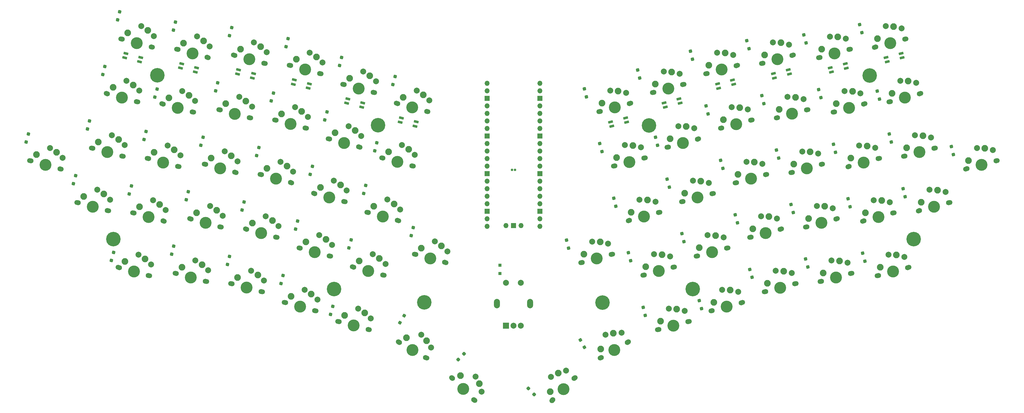
<source format=gbs>
G04 #@! TF.GenerationSoftware,KiCad,Pcbnew,8.0.2*
G04 #@! TF.CreationDate,2024-06-03T01:19:23+01:00*
G04 #@! TF.ProjectId,Ashwing66,41736877-696e-4673-9636-2e6b69636164,1*
G04 #@! TF.SameCoordinates,Original*
G04 #@! TF.FileFunction,Soldermask,Bot*
G04 #@! TF.FilePolarity,Negative*
%FSLAX46Y46*%
G04 Gerber Fmt 4.6, Leading zero omitted, Abs format (unit mm)*
G04 Created by KiCad (PCBNEW 8.0.2) date 2024-06-03 01:19:23*
%MOMM*%
%LPD*%
G01*
G04 APERTURE LIST*
G04 Aperture macros list*
%AMRoundRect*
0 Rectangle with rounded corners*
0 $1 Rounding radius*
0 $2 $3 $4 $5 $6 $7 $8 $9 X,Y pos of 4 corners*
0 Add a 4 corners polygon primitive as box body*
4,1,4,$2,$3,$4,$5,$6,$7,$8,$9,$2,$3,0*
0 Add four circle primitives for the rounded corners*
1,1,$1+$1,$2,$3*
1,1,$1+$1,$4,$5*
1,1,$1+$1,$6,$7*
1,1,$1+$1,$8,$9*
0 Add four rect primitives between the rounded corners*
20,1,$1+$1,$2,$3,$4,$5,0*
20,1,$1+$1,$4,$5,$6,$7,0*
20,1,$1+$1,$6,$7,$8,$9,0*
20,1,$1+$1,$8,$9,$2,$3,0*%
%AMHorizOval*
0 Thick line with rounded ends*
0 $1 width*
0 $2 $3 position (X,Y) of the first rounded end (center of the circle)*
0 $4 $5 position (X,Y) of the second rounded end (center of the circle)*
0 Add line between two ends*
20,1,$1,$2,$3,$4,$5,0*
0 Add two circle primitives to create the rounded ends*
1,1,$1,$2,$3*
1,1,$1,$4,$5*%
G04 Aperture macros list end*
%ADD10C,1.700000*%
%ADD11C,1.750000*%
%ADD12C,4.000000*%
%ADD13C,2.250000*%
%ADD14C,2.000000*%
%ADD15HorizOval,2.250000X0.000000X0.000000X0.000000X0.000000X0*%
%ADD16HorizOval,2.250000X0.000000X0.000000X0.000000X0.000000X0*%
%ADD17RoundRect,0.082000X0.608642X-0.502656X0.778427X0.130992X-0.608642X0.502656X-0.778427X-0.130992X0*%
%ADD18RoundRect,0.082000X0.778427X-0.130992X0.608642X0.502656X-0.778427X0.130992X-0.608642X-0.502656X0*%
%ADD19O,2.000000X3.200000*%
%ADD20R,2.000000X2.000000*%
%ADD21HorizOval,2.250000X0.000000X0.000000X0.000000X0.000000X0*%
%ADD22C,4.900000*%
%ADD23HorizOval,2.250000X0.000000X0.000000X0.000000X0.000000X0*%
%ADD24O,1.700000X1.700000*%
%ADD25R,1.700000X1.700000*%
%ADD26HorizOval,2.250000X0.000000X0.000000X0.000000X0.000000X0*%
%ADD27HorizOval,2.250000X0.000000X0.000000X0.000000X0.000000X0*%
%ADD28RoundRect,0.250000X-0.212132X0.367423X-0.367423X-0.212132X0.212132X-0.367423X0.367423X0.212132X0*%
%ADD29RoundRect,0.250000X-0.367423X0.212132X-0.212132X-0.367423X0.367423X-0.212132X0.212132X0.367423X0*%
%ADD30RoundRect,0.250000X-0.409808X0.109808X-0.109808X-0.409808X0.409808X-0.109808X0.109808X0.409808X0*%
%ADD31RoundRect,0.250000X-0.424264X0.000000X0.000000X-0.424264X0.424264X0.000000X0.000000X0.424264X0*%
%ADD32RoundRect,0.250000X-0.109808X0.409808X-0.409808X-0.109808X0.109808X-0.409808X0.409808X0.109808X0*%
%ADD33RoundRect,0.250000X0.000000X0.424264X-0.424264X0.000000X0.000000X-0.424264X0.424264X0.000000X0*%
%ADD34C,0.850000*%
%ADD35RoundRect,0.250000X-0.300000X0.300000X-0.300000X-0.300000X0.300000X-0.300000X0.300000X0.300000X0*%
G04 APERTURE END LIST*
D10*
X219805529Y-173294914D03*
D11*
X220211220Y-173186210D03*
D12*
X225118119Y-171871410D03*
D11*
X230025026Y-170556608D03*
D10*
X230430707Y-170447905D03*
D13*
X226256772Y-166307106D03*
D14*
X228964236Y-166906799D03*
D15*
X220780545Y-170404062D03*
D14*
X223591090Y-166172448D03*
D10*
X68818055Y-156463481D03*
D11*
X69223744Y-156572186D03*
D12*
X74130645Y-157886985D03*
D11*
X79037552Y-159201787D03*
D10*
X79443233Y-159310490D03*
D13*
X77898899Y-153637483D03*
D14*
X79943785Y-155510564D03*
D16*
X71107868Y-154447435D03*
D14*
X75657680Y-152188024D03*
D10*
X314671195Y-159312440D03*
D11*
X315076886Y-159203736D03*
D12*
X319983785Y-157888936D03*
D11*
X324890692Y-156574134D03*
D10*
X325296373Y-156465431D03*
D13*
X321122438Y-152324632D03*
D14*
X323829902Y-152924325D03*
D15*
X315646211Y-156421588D03*
D14*
X318456756Y-152189974D03*
D10*
X230815044Y-140746691D03*
D11*
X231220735Y-140637987D03*
D12*
X236127634Y-139323187D03*
D11*
X241034541Y-138008385D03*
D10*
X241440222Y-137899682D03*
D13*
X237266287Y-133758883D03*
D14*
X239973751Y-134358576D03*
D15*
X231790060Y-137855839D03*
D14*
X234600605Y-133624225D03*
D10*
X304810184Y-122510673D03*
D11*
X305215875Y-122401969D03*
D12*
X310122774Y-121087169D03*
D11*
X315029681Y-119772367D03*
D10*
X315435362Y-119663664D03*
D13*
X311261427Y-115522865D03*
D14*
X313968891Y-116122558D03*
D15*
X305785200Y-119619821D03*
D14*
X308595745Y-115388207D03*
D10*
X300411926Y-179699685D03*
D11*
X300817617Y-179590981D03*
D12*
X305724516Y-178276181D03*
D11*
X310631423Y-176961379D03*
D10*
X311037104Y-176852676D03*
D13*
X306863169Y-172711877D03*
D14*
X309570633Y-173311570D03*
D15*
X301386942Y-176808833D03*
D14*
X304197487Y-172577219D03*
D10*
X73748560Y-138062588D03*
D11*
X74154249Y-138171293D03*
D12*
X79061150Y-139486092D03*
D11*
X83968057Y-140800894D03*
D10*
X84373738Y-140909597D03*
D13*
X82829404Y-135236590D03*
D14*
X84874290Y-137109671D03*
D16*
X76038373Y-136046542D03*
D14*
X80588185Y-133787131D03*
D10*
X59889614Y-116181345D03*
D11*
X60295304Y-116290050D03*
D12*
X65202204Y-117604849D03*
D11*
X70109111Y-118919651D03*
D10*
X70514796Y-119028354D03*
D13*
X68970458Y-113355347D03*
D14*
X71015344Y-115228428D03*
D16*
X62179429Y-114165297D03*
D14*
X66729239Y-111905888D03*
D10*
X92957170Y-140027705D03*
D11*
X93362859Y-140136410D03*
D12*
X98269760Y-141451209D03*
D11*
X103176667Y-142766011D03*
D10*
X103582348Y-142874714D03*
D13*
X102038014Y-137201707D03*
D14*
X104082900Y-139074788D03*
D16*
X95246983Y-138011659D03*
D14*
X99796795Y-135752248D03*
D10*
X64829536Y-97769829D03*
D11*
X65235226Y-97878534D03*
D12*
X70142126Y-99193333D03*
D11*
X75049033Y-100508135D03*
D10*
X75454718Y-100616838D03*
D13*
X73910380Y-94943831D03*
D17*
X71141085Y-105491487D03*
D14*
X75955266Y-96816912D03*
D16*
X67119349Y-95753784D03*
D14*
X71669161Y-93494372D03*
D17*
X71529310Y-104042600D03*
X66506498Y-102696737D03*
X66118270Y-104145628D03*
D10*
X318669138Y-100629420D03*
D11*
X319074828Y-100520717D03*
D12*
X323981728Y-99205916D03*
D11*
X328888635Y-97891114D03*
D10*
X329294317Y-97782407D03*
D13*
X325120381Y-93641612D03*
D18*
X327995931Y-104160800D03*
D14*
X327827845Y-94241305D03*
D15*
X319644152Y-97738564D03*
D14*
X322454699Y-93506953D03*
D18*
X327607700Y-102711913D03*
X322584885Y-104057772D03*
X322973114Y-105506657D03*
D10*
X101872655Y-180309148D03*
D11*
X102278344Y-180417853D03*
D12*
X107185245Y-181732652D03*
D11*
X112092152Y-183047454D03*
D10*
X112497833Y-183156157D03*
D13*
X110953499Y-177483150D03*
D14*
X112998385Y-179356231D03*
D16*
X104162468Y-178293102D03*
D14*
X108712280Y-176033691D03*
D10*
X129749525Y-149899333D03*
D11*
X130155214Y-150008038D03*
D12*
X135062115Y-151322837D03*
D11*
X139969022Y-152637639D03*
D10*
X140374703Y-152746342D03*
D13*
X138830369Y-147073335D03*
D14*
X140875255Y-148946416D03*
D16*
X132039338Y-147883287D03*
D14*
X136589150Y-145623876D03*
D10*
X225884542Y-122345814D03*
D11*
X226290232Y-122237111D03*
D12*
X231197132Y-120922310D03*
D11*
X236104039Y-119607508D03*
D10*
X236509721Y-119498801D03*
D13*
X232335785Y-115358006D03*
D18*
X235211335Y-125877194D03*
D14*
X235043249Y-115957699D03*
D15*
X226859556Y-119454958D03*
D14*
X229670103Y-115223347D03*
D18*
X234823104Y-124428307D03*
X229800289Y-125774166D03*
X230188518Y-127223051D03*
D10*
X299876840Y-104123696D03*
D11*
X300282530Y-104014993D03*
D12*
X305189430Y-102700192D03*
D11*
X310096337Y-101385390D03*
D10*
X310502019Y-101276683D03*
D13*
X306328083Y-97135888D03*
D18*
X309203633Y-107655076D03*
D14*
X309035547Y-97735581D03*
D15*
X300851854Y-101232840D03*
D14*
X303662401Y-97001229D03*
D18*
X308815402Y-106206189D03*
X303792587Y-107552048D03*
X304180816Y-109000933D03*
D19*
X191483552Y-187100917D03*
X202683552Y-187100917D03*
D20*
X194583552Y-194600917D03*
D14*
X199583552Y-194600917D03*
X197083552Y-194600917D03*
X194583552Y-180100917D03*
X199583552Y-180100917D03*
D10*
X323599642Y-119030307D03*
D11*
X324005333Y-118921603D03*
D12*
X328912232Y-117606803D03*
D11*
X333819139Y-116292001D03*
D10*
X334224820Y-116183298D03*
D13*
X330050885Y-112042499D03*
D14*
X332758349Y-112642192D03*
D15*
X324574658Y-116139455D03*
D14*
X327385203Y-111907841D03*
D10*
X124828434Y-168289588D03*
D11*
X125234123Y-168398293D03*
D12*
X130141024Y-169713092D03*
D11*
X135047931Y-171027894D03*
D10*
X135453612Y-171136597D03*
D13*
X133909278Y-165463590D03*
D14*
X135954164Y-167336671D03*
D16*
X127118247Y-166273542D03*
D14*
X131668059Y-164014131D03*
D10*
X176255098Y-212049300D03*
D11*
X176552083Y-212346286D03*
D12*
X180144184Y-215938386D03*
D11*
X183736289Y-219530491D03*
D10*
X184033268Y-219827471D03*
D13*
X185532339Y-214142336D03*
D14*
X186366723Y-216786912D03*
D21*
X179246158Y-211448262D03*
D14*
X184316115Y-211766457D03*
D10*
X263610155Y-189560697D03*
D11*
X264015846Y-189451993D03*
D12*
X268922745Y-188137193D03*
D11*
X273829652Y-186822391D03*
D10*
X274235333Y-186713688D03*
D13*
X270061398Y-182572889D03*
D14*
X272768862Y-183172582D03*
D15*
X264585171Y-186669845D03*
D14*
X267395716Y-182438231D03*
D10*
X349394569Y-141708842D03*
D11*
X349800260Y-141600138D03*
D12*
X354707159Y-140285338D03*
D11*
X359614066Y-138970536D03*
D10*
X360019747Y-138861833D03*
D13*
X355845812Y-134721034D03*
D14*
X358553276Y-135320727D03*
D15*
X350369585Y-138817990D03*
D14*
X353180130Y-134586376D03*
D22*
X167054036Y-186687989D03*
D10*
X147765392Y-156291280D03*
D11*
X148171081Y-156399985D03*
D12*
X153077982Y-157714784D03*
D11*
X157984889Y-159029586D03*
D10*
X158390570Y-159138289D03*
D13*
X156846236Y-153465282D03*
D14*
X158891122Y-155338363D03*
D16*
X150055205Y-154275234D03*
D14*
X154605017Y-152015823D03*
D10*
X248818646Y-134358036D03*
D11*
X249224337Y-134249332D03*
D12*
X254131236Y-132934532D03*
D11*
X259038143Y-131619730D03*
D10*
X259443824Y-131511027D03*
D13*
X255269889Y-127370228D03*
D14*
X257977353Y-127969921D03*
D15*
X249793662Y-131467184D03*
D14*
X252604207Y-127235570D03*
D10*
X258682503Y-171145896D03*
D11*
X259088194Y-171037192D03*
D12*
X263995093Y-169722392D03*
D11*
X268902000Y-168407590D03*
D10*
X269307681Y-168298887D03*
D13*
X265133746Y-164158088D03*
D14*
X267841210Y-164757781D03*
D15*
X259657519Y-168255044D03*
D14*
X262468064Y-164023430D03*
D10*
X235745545Y-159147583D03*
D11*
X236151236Y-159038879D03*
D12*
X241058135Y-157724079D03*
D11*
X245965042Y-156409277D03*
D10*
X246370723Y-156300574D03*
D13*
X242196788Y-152159775D03*
D14*
X244904252Y-152759468D03*
D15*
X236720561Y-156256731D03*
D14*
X239531106Y-152025117D03*
D10*
X134689446Y-131487821D03*
D11*
X135095135Y-131596526D03*
D12*
X140002036Y-132911325D03*
D11*
X144908943Y-134226127D03*
D10*
X145314624Y-134334830D03*
D13*
X143770290Y-128661823D03*
D14*
X145815176Y-130534904D03*
D16*
X136979259Y-129471775D03*
D14*
X141529071Y-127212364D03*
D10*
X163709544Y-170426762D03*
D11*
X164115233Y-170535467D03*
D12*
X169022134Y-171850266D03*
D11*
X173929041Y-173165068D03*
D10*
X174334722Y-173273771D03*
D13*
X172790388Y-167600764D03*
D14*
X174835274Y-169473845D03*
D16*
X165999357Y-168410716D03*
D14*
X170549169Y-166151305D03*
D10*
X152695894Y-137890394D03*
D11*
X153101583Y-137999099D03*
D12*
X158008484Y-139313898D03*
D11*
X162915391Y-140628700D03*
D10*
X163321072Y-140737403D03*
D13*
X161776738Y-135064396D03*
D14*
X163821624Y-136937477D03*
D16*
X154985707Y-135874348D03*
D14*
X159535519Y-133614937D03*
D10*
X276686097Y-164757233D03*
D11*
X277091788Y-164648529D03*
D12*
X281998687Y-163333729D03*
D11*
X286905594Y-162018927D03*
D10*
X287311275Y-161910224D03*
D13*
X283137340Y-157769425D03*
D14*
X285844804Y-158369118D03*
D15*
X277661113Y-161866381D03*
D14*
X280471658Y-157634767D03*
D10*
X281613757Y-183172033D03*
D11*
X282019448Y-183063329D03*
D12*
X286926347Y-181748529D03*
D11*
X291833254Y-180433727D03*
D10*
X292238935Y-180325024D03*
D13*
X288065000Y-176184225D03*
D14*
X290772464Y-176783918D03*
D15*
X282588773Y-180281181D03*
D14*
X285399318Y-176049567D03*
D10*
X158321173Y-199995704D03*
D11*
X158684905Y-200205705D03*
D12*
X163084311Y-202745703D03*
D11*
X167483723Y-205285705D03*
D10*
X167847446Y-205495702D03*
D13*
X167824017Y-199616295D03*
D14*
X169314439Y-201954806D03*
D23*
X161054754Y-198640999D03*
D14*
X166034312Y-197636154D03*
D10*
X240673210Y-177562386D03*
D11*
X241078901Y-177453682D03*
D12*
X245985800Y-176138882D03*
D11*
X250892707Y-174824080D03*
D10*
X251298388Y-174715377D03*
D13*
X247124453Y-170574578D03*
D14*
X249831917Y-171174271D03*
D15*
X241648226Y-174671534D03*
D14*
X244458771Y-170439920D03*
D10*
X137904387Y-193093052D03*
D11*
X138310076Y-193201757D03*
D12*
X143216977Y-194516556D03*
D11*
X148123884Y-195831358D03*
D10*
X148529565Y-195940061D03*
D13*
X146985231Y-190267054D03*
D14*
X149030117Y-192140135D03*
D16*
X140194200Y-191077006D03*
D14*
X144744012Y-188817595D03*
D10*
X266825100Y-127955463D03*
D11*
X267230791Y-127846759D03*
D12*
X272137690Y-126531959D03*
D11*
X277044597Y-125217157D03*
D10*
X277450278Y-125108454D03*
D13*
X273276343Y-120967655D03*
D14*
X275983807Y-121567348D03*
D15*
X267800116Y-125064611D03*
D14*
X270610661Y-120832997D03*
D10*
X97878256Y-121637435D03*
D11*
X98283945Y-121746140D03*
D12*
X103190846Y-123060939D03*
D11*
X108097753Y-124375741D03*
D10*
X108503434Y-124484444D03*
D13*
X106959100Y-118811437D03*
D14*
X109003986Y-120684518D03*
D16*
X100168069Y-119621389D03*
D14*
X104717881Y-117361978D03*
D22*
X136663283Y-182168280D03*
D10*
X139619951Y-113086936D03*
D11*
X140025640Y-113195641D03*
D12*
X144932541Y-114510440D03*
D11*
X149839448Y-115825242D03*
D10*
X150245132Y-115933940D03*
D13*
X148700795Y-110260938D03*
D17*
X145931501Y-120808596D03*
D14*
X150745681Y-112134019D03*
D16*
X141909766Y-111070888D03*
D14*
X146459576Y-108811479D03*
D17*
X146319726Y-119359708D03*
X141296911Y-118013849D03*
X140908685Y-119462735D03*
D10*
X63887554Y-174864361D03*
D11*
X64293243Y-174973066D03*
D12*
X69200144Y-176287865D03*
D11*
X74107051Y-177602667D03*
D10*
X74512732Y-177711370D03*
D13*
X72968398Y-172038363D03*
D14*
X75013284Y-173911444D03*
D16*
X66177367Y-172848315D03*
D14*
X70727179Y-170588904D03*
D10*
X333460648Y-155832088D03*
D11*
X333866339Y-155723384D03*
D12*
X338773238Y-154408584D03*
D11*
X343680145Y-153093782D03*
D10*
X344085826Y-152985079D03*
D13*
X339911891Y-148844280D03*
D14*
X342619355Y-149443973D03*
D15*
X334435664Y-152941236D03*
D14*
X337246209Y-148709622D03*
D10*
X309737843Y-140925465D03*
D11*
X310143534Y-140816761D03*
D12*
X315050433Y-139501961D03*
D11*
X319957340Y-138187159D03*
D10*
X320363021Y-138078456D03*
D13*
X316189086Y-133937657D03*
D14*
X318896550Y-134537350D03*
D15*
X310712859Y-138034613D03*
D14*
X313523404Y-133802999D03*
D10*
X106803153Y-161908270D03*
D11*
X107208842Y-162016975D03*
D12*
X112115743Y-163331774D03*
D11*
X117022650Y-164646576D03*
D10*
X117428331Y-164755279D03*
D13*
X115883997Y-159082272D03*
D14*
X117928883Y-160955353D03*
D16*
X109092966Y-159892224D03*
D14*
X113642778Y-157632813D03*
D10*
X102808749Y-103236553D03*
D11*
X103214438Y-103345258D03*
D12*
X108121339Y-104660057D03*
D11*
X113028246Y-105974859D03*
D10*
X113433930Y-106083557D03*
D13*
X111889593Y-100410555D03*
D17*
X109120299Y-110958213D03*
D14*
X113934479Y-102283636D03*
D16*
X105098564Y-101220505D03*
D14*
X109648374Y-98961096D03*
D17*
X109508524Y-109509325D03*
X104485709Y-108163466D03*
X104097483Y-109612352D03*
D10*
X328530141Y-137431200D03*
D11*
X328935832Y-137322496D03*
D12*
X333842731Y-136007696D03*
D11*
X338749638Y-134692894D03*
D10*
X339155319Y-134584191D03*
D13*
X334981384Y-130443392D03*
D14*
X337688848Y-131043085D03*
D15*
X329505157Y-134540348D03*
D14*
X332315702Y-130308734D03*
D10*
X119888520Y-186701107D03*
D11*
X120294209Y-186809812D03*
D12*
X125201110Y-188124611D03*
D11*
X130108017Y-189439413D03*
D10*
X130513698Y-189548116D03*
D13*
X128969364Y-183875109D03*
D14*
X131014250Y-185748190D03*
D16*
X122178333Y-184685061D03*
D14*
X126728145Y-182425650D03*
D10*
X243890991Y-115943234D03*
D11*
X244296681Y-115834531D03*
D12*
X249203581Y-114519730D03*
D11*
X254110488Y-113204928D03*
D10*
X254516170Y-113096221D03*
D13*
X250342234Y-108955426D03*
D18*
X253217784Y-119474614D03*
D14*
X253049698Y-109555119D03*
D15*
X244866005Y-113052378D03*
D14*
X247676552Y-108820767D03*
D18*
X252829553Y-118025727D03*
X247806738Y-119371586D03*
X248194967Y-120820471D03*
D10*
X319601703Y-177713329D03*
D11*
X320007394Y-177604625D03*
D12*
X324914293Y-176289825D03*
D11*
X329821200Y-174975023D03*
D10*
X330226881Y-174866320D03*
D13*
X326052946Y-170725521D03*
D14*
X328760410Y-171325214D03*
D15*
X320576719Y-174822477D03*
D14*
X323387264Y-170590863D03*
D10*
X116673585Y-125095873D03*
D11*
X117079274Y-125204578D03*
D12*
X121986175Y-126519377D03*
D11*
X126893082Y-127834179D03*
D10*
X127298763Y-127942882D03*
D13*
X125754429Y-122269875D03*
D14*
X127799315Y-124142956D03*
D16*
X118963398Y-123079827D03*
D14*
X123513210Y-120820416D03*
D24*
X188177042Y-112751299D03*
X188177043Y-115291297D03*
D25*
X188177043Y-117831299D03*
D24*
X188177040Y-120371297D03*
X188177039Y-122911295D03*
X188177041Y-125451299D03*
X188177040Y-127991298D03*
D25*
X188177041Y-130531300D03*
D24*
X188177041Y-133071298D03*
X188177042Y-135611298D03*
X188177042Y-138151298D03*
X188177041Y-140691298D03*
D25*
X188177044Y-143231298D03*
D24*
X188177041Y-145771299D03*
X188177041Y-148311301D03*
X188177039Y-150851299D03*
X188177039Y-153391297D03*
D25*
X188177041Y-155931298D03*
D24*
X188177042Y-158471298D03*
X188177041Y-161011298D03*
X205957040Y-161011297D03*
X205957039Y-158471299D03*
D25*
X205957039Y-155931297D03*
D24*
X205957042Y-153391299D03*
X205957043Y-150851301D03*
X205957041Y-148311297D03*
X205957042Y-145771298D03*
D25*
X205957041Y-143231296D03*
D24*
X205957041Y-140691298D03*
X205957040Y-138151298D03*
X205957040Y-135611298D03*
X205957041Y-133071298D03*
D25*
X205957038Y-130531298D03*
D24*
X205957041Y-127991297D03*
X205957041Y-125451295D03*
X205957043Y-122911297D03*
X205957043Y-120371299D03*
D25*
X205957041Y-117831298D03*
D24*
X205957040Y-115291298D03*
X205957041Y-112751298D03*
X194527037Y-160781299D03*
D25*
X197067041Y-160781298D03*
D24*
X199607039Y-160781299D03*
D10*
X280692769Y-106082235D03*
D11*
X281098459Y-105973532D03*
D12*
X286005359Y-104658731D03*
D11*
X290912266Y-103343929D03*
D10*
X291317948Y-103235222D03*
D13*
X287144012Y-99094427D03*
D18*
X290019562Y-109613615D03*
D14*
X289851476Y-99694120D03*
D15*
X281667783Y-103191379D03*
D14*
X284478330Y-98959768D03*
D18*
X289631331Y-108164728D03*
X284608516Y-109510587D03*
X284996745Y-110959472D03*
D10*
X83086745Y-176840100D03*
D11*
X83492434Y-176948805D03*
D12*
X88399335Y-178263604D03*
D11*
X93306242Y-179578406D03*
D10*
X93711923Y-179687109D03*
D13*
X92167589Y-174014102D03*
D14*
X94212475Y-175887183D03*
D16*
X85376558Y-174824054D03*
D14*
X89926370Y-172564643D03*
D10*
X290550926Y-142897915D03*
D11*
X290956617Y-142789211D03*
D12*
X295863516Y-141474411D03*
D11*
X300770423Y-140159609D03*
D10*
X301176104Y-140050906D03*
D13*
X297002169Y-135910107D03*
D14*
X299709633Y-136509800D03*
D15*
X291525942Y-140007063D03*
D14*
X294336487Y-135775449D03*
D10*
X111733663Y-143507383D03*
D11*
X112139352Y-143616088D03*
D12*
X117046253Y-144930887D03*
D11*
X121953160Y-146245689D03*
D10*
X122358841Y-146354392D03*
D13*
X120814507Y-140681385D03*
D14*
X122859393Y-142554466D03*
D16*
X114023476Y-141491337D03*
D14*
X118573288Y-139231926D03*
D10*
X34088910Y-138867336D03*
D11*
X34494599Y-138976041D03*
D12*
X39401500Y-140290840D03*
D11*
X44308407Y-141605642D03*
D10*
X44714088Y-141714345D03*
D13*
X43169754Y-136041338D03*
D14*
X45214640Y-137914419D03*
D16*
X36378723Y-136851290D03*
D14*
X40928535Y-134591879D03*
D10*
X54959118Y-134582233D03*
D11*
X55364807Y-134690938D03*
D12*
X60271708Y-136005737D03*
D11*
X65178615Y-137320539D03*
D10*
X65584296Y-137429242D03*
D13*
X64039962Y-131756235D03*
D14*
X66084848Y-133629316D03*
D16*
X57248931Y-132566187D03*
D14*
X61798743Y-130306776D03*
D10*
X50038032Y-152972490D03*
D11*
X50443721Y-153081195D03*
D12*
X55350622Y-154395994D03*
D11*
X60257529Y-155710796D03*
D10*
X60663210Y-155819499D03*
D13*
X59118876Y-150146492D03*
D14*
X61163762Y-152019573D03*
D16*
X52327845Y-150956444D03*
D14*
X56877657Y-148697033D03*
D22*
X151467732Y-126917321D03*
D10*
X245606556Y-195949359D03*
D11*
X246012247Y-195840655D03*
D12*
X250919146Y-194525855D03*
D11*
X255826053Y-193211053D03*
D10*
X256231734Y-193102350D03*
D13*
X252057799Y-188961551D03*
D14*
X254765263Y-189561244D03*
D15*
X246581572Y-193058507D03*
D14*
X249392117Y-188826893D03*
D10*
X88017241Y-158439214D03*
D11*
X88422930Y-158547919D03*
D12*
X93329831Y-159862718D03*
D11*
X98236738Y-161177520D03*
D10*
X98642419Y-161286223D03*
D13*
X97098085Y-155613216D03*
D14*
X99142971Y-157486297D03*
D16*
X90307054Y-156423168D03*
D14*
X94856866Y-154163757D03*
D22*
X77094197Y-110068938D03*
D10*
X142834896Y-174692164D03*
D11*
X143240585Y-174800869D03*
D12*
X148147486Y-176115668D03*
D11*
X153054393Y-177430470D03*
D10*
X153460074Y-177539173D03*
D13*
X151915740Y-171866166D03*
D14*
X153960626Y-173739247D03*
D16*
X145124709Y-172676118D03*
D14*
X149674521Y-170416707D03*
D10*
X295484271Y-161284897D03*
D11*
X295889962Y-161176193D03*
D12*
X300796861Y-159861393D03*
D11*
X305703768Y-158546591D03*
D10*
X306109449Y-158437888D03*
D13*
X301935514Y-154297089D03*
D14*
X304642978Y-154896782D03*
D15*
X296459287Y-158394045D03*
D14*
X299269832Y-154162431D03*
D10*
X253749155Y-152758924D03*
D11*
X254154846Y-152650220D03*
D12*
X259061745Y-151335420D03*
D11*
X263968652Y-150020618D03*
D10*
X264374333Y-149911915D03*
D13*
X260200398Y-145771116D03*
D14*
X262907862Y-146370809D03*
D15*
X254724171Y-149868072D03*
D14*
X257534716Y-145636458D03*
D10*
X285623274Y-124483129D03*
D11*
X286028965Y-124374425D03*
D12*
X290935864Y-123059625D03*
D11*
X295842771Y-121744823D03*
D10*
X296248452Y-121636120D03*
D13*
X292074517Y-117495321D03*
D14*
X294781981Y-118095014D03*
D15*
X286598290Y-121592277D03*
D14*
X289408835Y-117360663D03*
D10*
X78679066Y-119661702D03*
D11*
X79084755Y-119770407D03*
D12*
X83991656Y-121085206D03*
D11*
X88898563Y-122400008D03*
D10*
X89304244Y-122508711D03*
D13*
X87759910Y-116835704D03*
D14*
X89804796Y-118708785D03*
D16*
X80968879Y-117645656D03*
D14*
X85518691Y-115386245D03*
D22*
X62289749Y-165319895D03*
D10*
X157626398Y-119489504D03*
D11*
X158032087Y-119598209D03*
D12*
X162938988Y-120913008D03*
D11*
X167845895Y-122227810D03*
D10*
X168251579Y-122336508D03*
D13*
X166707242Y-116663506D03*
D17*
X163937948Y-127211164D03*
D14*
X168752128Y-118536587D03*
D16*
X159916213Y-117473456D03*
D14*
X164466023Y-115214047D03*
D17*
X164326173Y-125762276D03*
X159303358Y-124416417D03*
X158915132Y-125865303D03*
D10*
X83618988Y-101250195D03*
D11*
X84024677Y-101358900D03*
D12*
X88931578Y-102673699D03*
D11*
X93838485Y-103988501D03*
D10*
X94244169Y-104097199D03*
D13*
X92699832Y-98424197D03*
D17*
X89930538Y-108971855D03*
D14*
X94744718Y-100297278D03*
D16*
X85908803Y-99234147D03*
D14*
X90458613Y-96974738D03*
D17*
X90318763Y-107522967D03*
X85295948Y-106177108D03*
X84907722Y-107625994D03*
D10*
X261894589Y-109554574D03*
D11*
X262300279Y-109445871D03*
D12*
X267207179Y-108131070D03*
D11*
X272114086Y-106816268D03*
D10*
X272519768Y-106707561D03*
D13*
X268345832Y-102566766D03*
D18*
X271221382Y-113085954D03*
D14*
X271053296Y-103166459D03*
D15*
X262869603Y-106663718D03*
D14*
X265680150Y-102432107D03*
D18*
X270833151Y-111637067D03*
X265810336Y-112982926D03*
X266198565Y-114431811D03*
D10*
X210028429Y-219856995D03*
D11*
X210325415Y-219560010D03*
D12*
X213917515Y-215967909D03*
D11*
X217509620Y-212375804D03*
D10*
X217806600Y-212078825D03*
D13*
X212121465Y-210579754D03*
D14*
X214766041Y-209745370D03*
D26*
X209427391Y-216865935D03*
D14*
X209745586Y-211795978D03*
D10*
X271752751Y-146370260D03*
D11*
X272158442Y-146261556D03*
D12*
X277065341Y-144946756D03*
D11*
X281972248Y-143631954D03*
D10*
X282377929Y-143523251D03*
D13*
X278203994Y-139382452D03*
D14*
X280911458Y-139982145D03*
D15*
X272727767Y-143479408D03*
D14*
X275538312Y-139247794D03*
D10*
X226273756Y-205510252D03*
D11*
X226637488Y-205300252D03*
D12*
X231036894Y-202760253D03*
D11*
X235436306Y-200220251D03*
D10*
X235800029Y-200010257D03*
D13*
X230696600Y-197090843D03*
D14*
X233467020Y-196969358D03*
D27*
X226467341Y-202465550D03*
D14*
X228086897Y-197650703D03*
D10*
X121604087Y-106694983D03*
D11*
X122009776Y-106803688D03*
D12*
X126916677Y-108118487D03*
D11*
X131823584Y-109433289D03*
D10*
X132229268Y-109541987D03*
D13*
X130684931Y-103868985D03*
D17*
X127915637Y-114416643D03*
D14*
X132729817Y-105742066D03*
D16*
X123893902Y-104678935D03*
D14*
X128443712Y-102419526D03*
D17*
X128303862Y-112967755D03*
X123281047Y-111621896D03*
X122892821Y-113070782D03*
D28*
X73311767Y-128992130D03*
X72587077Y-131696728D03*
D22*
X331862205Y-165392665D03*
D29*
X235794335Y-169930431D03*
X236519035Y-172635027D03*
D28*
X76997148Y-114727559D03*
X76272458Y-117432157D03*
D30*
X219591655Y-199426492D03*
X220991659Y-201851362D03*
D22*
X242684221Y-126990091D03*
D28*
X83224096Y-92095407D03*
X82499406Y-94800005D03*
D29*
X276715643Y-175554480D03*
X277440343Y-178259076D03*
X285649971Y-135294262D03*
X286374671Y-137998858D03*
D28*
X124382234Y-159229773D03*
X123657544Y-161934371D03*
D29*
X214918894Y-165682470D03*
X215643594Y-168387066D03*
X261921287Y-120365722D03*
X262645987Y-123070318D03*
D31*
X202051702Y-215748977D03*
X204031608Y-217728871D03*
D29*
X304836884Y-133321816D03*
X305561584Y-136026412D03*
D28*
X136206972Y-188024727D03*
X135482282Y-190729325D03*
X111296866Y-134436928D03*
X110572176Y-137141526D03*
D29*
X220939393Y-114657609D03*
X221664093Y-117362205D03*
X294885983Y-96433561D03*
X295610683Y-99138157D03*
X275699057Y-98406006D03*
X276423757Y-101110602D03*
X295508687Y-172068083D03*
X296233387Y-174772679D03*
X309767387Y-151722704D03*
X310492087Y-154427300D03*
D28*
X151040308Y-132859156D03*
X150315618Y-135563754D03*
X157197862Y-110460296D03*
X156473172Y-113164894D03*
D29*
X230863830Y-151529552D03*
X231588530Y-154234148D03*
X313675433Y-92953196D03*
X314400133Y-95657792D03*
D28*
X62371509Y-169846289D03*
X61646819Y-172550887D03*
D29*
X256655539Y-101944087D03*
X257380239Y-104648683D03*
X259664108Y-186109827D03*
X260388808Y-188814423D03*
D32*
X160255679Y-191148811D03*
X158855683Y-193573687D03*
D33*
X180399513Y-204015714D03*
X178419619Y-205995620D03*
D28*
X64434642Y-88615051D03*
X63709952Y-91319649D03*
D29*
X226156589Y-133091225D03*
X226881289Y-135795821D03*
D28*
X87550098Y-149385465D03*
X86825408Y-152090063D03*
D29*
X319614951Y-115435228D03*
X320339651Y-118139824D03*
D28*
X49577166Y-143895277D03*
X48852476Y-146599875D03*
D22*
X317057756Y-110141707D03*
D28*
X97441459Y-112566987D03*
X96716769Y-115271585D03*
D22*
X227097919Y-186760757D03*
D28*
X142388677Y-165632343D03*
X141663987Y-168336941D03*
D29*
X240741824Y-188359095D03*
X241466524Y-191063691D03*
D34*
X196553808Y-141941055D03*
X197553808Y-141941053D03*
D28*
X106366351Y-152837811D03*
X105641661Y-155542409D03*
D29*
X328311487Y-148308086D03*
X329036187Y-151012682D03*
X323626337Y-129841463D03*
X324351037Y-132546059D03*
X299906384Y-114920928D03*
X300631084Y-117625524D03*
D28*
X134243158Y-122452816D03*
X133518468Y-125157414D03*
D29*
X238897282Y-108267013D03*
X239621982Y-110971609D03*
X248848189Y-145155276D03*
X249572889Y-147859872D03*
D28*
X101451497Y-171204894D03*
X100726807Y-173909492D03*
X147319181Y-147231450D03*
X146594491Y-149936048D03*
D29*
X290580469Y-153695155D03*
X291305169Y-156399751D03*
X344563448Y-134133421D03*
X345288148Y-136838017D03*
X271782300Y-157167496D03*
X272507000Y-159872092D03*
D28*
X129312734Y-140828879D03*
X128588044Y-143533477D03*
X33670414Y-129849723D03*
X32945724Y-132554321D03*
D22*
X257488671Y-182241046D03*
D28*
X116227366Y-116036043D03*
X115502676Y-118740641D03*
D29*
X314700733Y-170109683D03*
X315425433Y-172814279D03*
D28*
X139191411Y-104057722D03*
X138466721Y-106762320D03*
X163314317Y-161430104D03*
X162589627Y-164134702D03*
D29*
X244898482Y-131003758D03*
X245623182Y-133708354D03*
X253800777Y-163527863D03*
X254525477Y-166232459D03*
X280719462Y-116893378D03*
X281444162Y-119597974D03*
D28*
X82656163Y-167746460D03*
X81931473Y-170451058D03*
X119457938Y-177607467D03*
X118733248Y-180312065D03*
D29*
X266851788Y-138766609D03*
X267576488Y-141471205D03*
D28*
X68366281Y-147376891D03*
X67641591Y-150081489D03*
X121175550Y-97665773D03*
X120450860Y-100370371D03*
X59452821Y-107110896D03*
X58728131Y-109815494D03*
X54276980Y-125446038D03*
X53552290Y-128150636D03*
X92510955Y-130967878D03*
X91786265Y-133672476D03*
X102177945Y-94005404D03*
X101453255Y-96710002D03*
D35*
X192503552Y-174150917D03*
X192503558Y-176950919D03*
M02*

</source>
